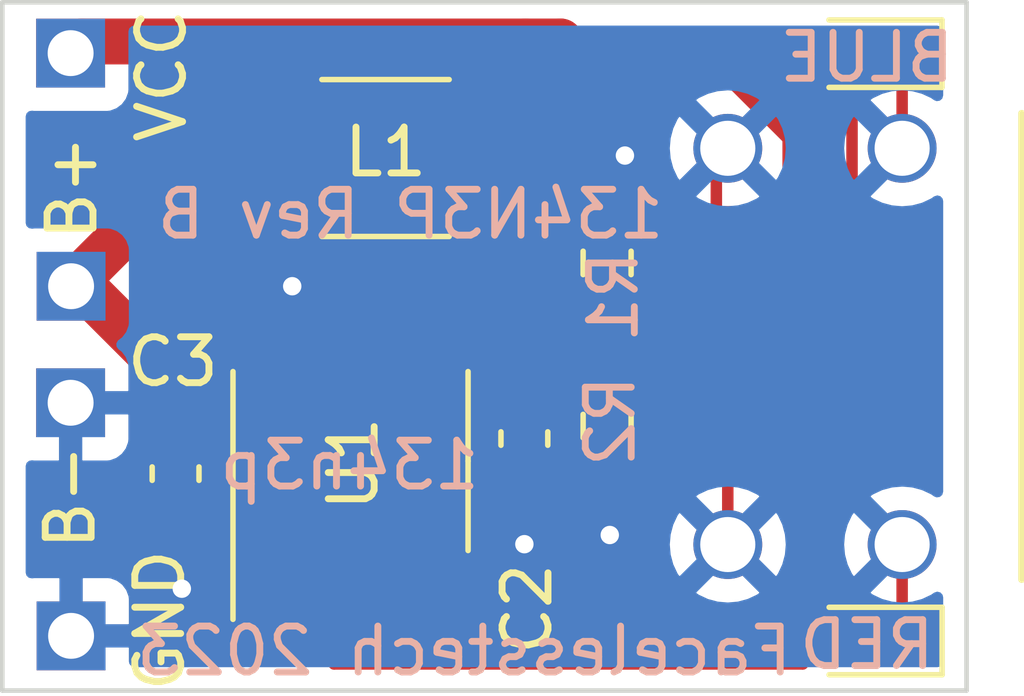
<source format=kicad_pcb>
(kicad_pcb (version 20211014) (generator pcbnew)
  (layers (0 "F.Cu" signal) (31 "B.Cu" signal) (34 "B.Paste" user) (35 "F.Paste" user) (36 "B.SilkS" user "B.Silkscreen") (37 "F.SilkS" user "F.Silkscreen") (38 "B.Mask" user) (39 "F.Mask" user) (44 "Edge.Cuts" user))
  (net 0 "")
  (net 1 "GND")
  (net 2 "Net-(C2-Pad2)")
  (net 3 "Net-(D1-Pad2)")
  (net 4 "Net-(D2-Pad2)")
  (net 5 "Net-(R1-Pad2)")
  (net 6 "Net-(R2-Pad2)")
  (net 7 "Net-(L1-Pad2)")
  (net 8 "Net-(C3-Pad1)")
  (footprint "Capacitor_SMD:C_0603_1608Metric_Pad1.08x0.95mm_HandSolder" (layer "F.Cu") (at 137.414 88.4125 -90)
    (fp_text reference "C3" (at -2.4375 0.06) (layer "F.SilkS"))
    (fp_text value "C")
    (fp_line (start -0.146267 0.51) (end 0.146267 0.51) (layer "F.SilkS") (width 0.12))
    (fp_line (start -0.146267 -0.51) (end 0.146267 -0.51) (layer "F.SilkS") (width 0.12))
    (pad "1" smd roundrect (at -0.8625 0 270) (size 1.075 0.95) (layers "F.Cu" "F.Paste" "F.Mask") (net 8 "Net-(C3-Pad1)"))
    (pad "2" smd roundrect (at 0.8625 0 270) (size 1.075 0.95) (layers "F.Cu" "F.Paste" "F.Mask") (net 1 "GND"))
  )
  (footprint "custom_connectors:1mm_test_point_square" (layer "F.Cu") (at 135.128 91.948 -90)
    (fp_text reference "GND" (at -0.338 -1.942 -90) (layer "F.SilkS"))
    (fp_text value "GND")
    (pad "1" thru_hole rect (at 0 -0.01016 270) (size 1.5 1.5) (drill 1) (layers *.Cu *.Mask) (net 1 "GND"))
  )
  (footprint "Capacitor_SMD:C_0603_1608Metric_Pad1.08x0.95mm_HandSolder" (layer "F.Cu") (at 145.01 87.6475 90)
    (fp_text reference "C2" (at -3.7125 0.06 90) (layer "F.SilkS"))
    (fp_text value "C" hide)
    (fp_line (start -0.146267 0.51) (end 0.146267 0.51) (layer "F.SilkS") (width 0.12))
    (fp_line (start -0.146267 -0.51) (end 0.146267 -0.51) (layer "F.SilkS") (width 0.12))
    (pad "1" smd roundrect (at -0.8625 0 90) (size 1.075 0.95) (layers "F.Cu" "F.Paste" "F.Mask") (net 1 "GND"))
    (pad "2" smd roundrect (at 0.8625 0 90) (size 1.075 0.95) (layers "F.Cu" "F.Paste" "F.Mask") (net 2 "Net-(C2-Pad2)"))
  )
  (footprint "Inductor_SMD:L_1812_4532Metric_Pad1.30x3.40mm_HandSolder" (layer "F.Cu") (at 141.986 81.534)
    (fp_text reference "L1" (at 0 -0.13) (layer "F.SilkS"))
    (fp_text value "L 4.7uH" hide)
    (fp_line (start -1.386252 -1.71) (end 1.386252 -1.71) (layer "F.SilkS") (width 0.12))
    (fp_line (start -1.386252 1.71) (end 1.386252 1.71) (layer "F.SilkS") (width 0.12))
    (pad "1" smd roundrect (at -2.225 0) (size 1.3 3.4) (layers "F.Cu" "F.Paste" "F.Mask") (roundrect_rratio 0.1923076923) (net 8 "Net-(C3-Pad1)"))
    (pad "2" smd roundrect (at 2.225 0) (size 1.3 3.4) (layers "F.Cu" "F.Paste" "F.Mask") (roundrect_rratio 0.1923076923) (net 7 "Net-(L1-Pad2)"))
  )
  (footprint "LED_SMD:LED_0603_1608Metric_Pad1.05x0.95mm_HandSolder" (layer "F.Cu") (at 152.4475 92.06 180)
    (fp_text reference "RED" (at -0.0225 -0.08) (layer "B.SilkS") (effects (justify mirror)))
    (fp_text value "LED" hide)
    (fp_line (start -1.66 0.735) (end 0.8 0.735) (layer "F.SilkS") (width 0.12))
    (fp_line (start -1.66 -0.735) (end -1.66 0.735) (layer "F.SilkS") (width 0.12))
    (fp_line (start 0.8 -0.735) (end -1.66 -0.735) (layer "F.SilkS") (width 0.12))
    (pad "1" smd roundrect (at -0.875 0 180) (size 1.05 0.95) (layers "F.Cu" "F.Paste" "F.Mask") (net 1 "GND"))
    (pad "2" smd roundrect (at 0.875 0 180) (size 1.05 0.95) (layers "F.Cu" "F.Paste" "F.Mask") (net 4 "Net-(D2-Pad2)"))
  )
  (footprint "usb_custom:USB_C_6PIN_custom" (layer "F.Cu") (at 149.44 85.64 -90)
    (fp_text reference "U2" hide)
    (fp_text value "usb_c_6pin" hide)
    (fp_line (start -5.08 -6.4008) (end 5.08 -6.4008) (layer "F.SilkS") (width 0.15))
    (pad "1" smd rect locked (at 2.74828 0.25908 270) (size 0.6 1.5) (layers "F.Cu" "F.Paste" "F.Mask") (net 1 "GND"))
    (pad "1" thru_hole circle locked (at 4.318 0 270) (size 1.5 1.5) (drill 1.2) (layers *.Cu *.Mask) (net 1 "GND"))
    (pad "1" thru_hole circle locked (at -4.318 -3.7973 270) (size 1.5 1.5) (drill 1.2) (layers *.Cu *.Mask) (net 1 "GND"))
    (pad "1" thru_hole circle locked (at -4.318 0 270) (size 1.5 1.5) (drill 1.2) (layers *.Cu *.Mask) (net 1 "GND"))
    (pad "1" thru_hole circle locked (at 4.318 -3.7973 270) (size 1.5 1.5) (drill 1.2) (layers *.Cu *.Mask) (net 1 "GND"))
    (pad "1" smd rect locked (at -2.75844 0.24892 270) (size 0.6 1.5) (layers "F.Cu" "F.Paste" "F.Mask") (net 1 "GND"))
    (pad "2" smd rect locked (at -1.52908 0.24892 270) (size 0.5 1.5) (layers "F.Cu" "F.Paste" "F.Mask") (net 2 "Net-(C2-Pad2)"))
    (pad "2" smd rect locked (at 1.51892 0.25908 270) (size 0.5 1.5) (layers "F.Cu" "F.Paste" "F.Mask") (net 2 "Net-(C2-Pad2)"))
    (pad "3" smd rect locked (at -0.508 0.254 270) (size 0.5 1.5) (layers "F.Cu" "F.Paste" "F.Mask") (net 5 "Net-(R1-Pad2)"))
    (pad "4" smd rect locked (at 0.508 0.25908 270) (size 0.5 1.5) (layers "F.Cu" "F.Paste" "F.Mask") (net 6 "Net-(R2-Pad2)"))
  )
  (footprint "Resistor_SMD:R_0603_1608Metric_Pad0.98x0.95mm_HandSolder" (layer "F.Cu") (at 146.812 83.82 -90)
    (fp_text reference "R1" (at 0.74 -0.138 90) (layer "B.SilkS") (effects (justify mirror)))
    (fp_text value "R" hide)
    (fp_line (start -0.254724 -0.5225) (end 0.254724 -0.5225) (layer "F.SilkS") (width 0.12))
    (fp_line (start -0.254724 0.5225) (end 0.254724 0.5225) (layer "F.SilkS") (width 0.12))
    (pad "1" smd roundrect (at -0.9125 0 270) (size 0.975 0.95) (layers "F.Cu" "F.Paste" "F.Mask") (net 1 "GND"))
    (pad "2" smd roundrect (at 0.9125 0 270) (size 0.975 0.95) (layers "F.Cu" "F.Paste" "F.Mask") (net 5 "Net-(R1-Pad2)"))
  )
  (footprint "LED_SMD:LED_0603_1608Metric_Pad1.05x0.95mm_HandSolder" (layer "F.Cu") (at 152.445 79.26 180)
    (fp_text reference "BLUE" (at -0.025 -0.08) (layer "B.SilkS") (effects (justify mirror)))
    (fp_text value "LED" hide)
    (fp_line (start -1.66 -0.735) (end -1.66 0.735) (layer "F.SilkS") (width 0.12))
    (fp_line (start -1.66 0.735) (end 0.8 0.735) (layer "F.SilkS") (width 0.12))
    (fp_line (start 0.8 -0.735) (end -1.66 -0.735) (layer "F.SilkS") (width 0.12))
    (pad "1" smd roundrect (at -0.875 0 180) (size 1.05 0.95) (layers "F.Cu" "F.Paste" "F.Mask") (net 1 "GND"))
    (pad "2" smd roundrect (at 0.875 0 180) (size 1.05 0.95) (layers "F.Cu" "F.Paste" "F.Mask") (net 3 "Net-(D1-Pad2)"))
  )
  (footprint "Package_SO:SOIC-8_3.9x4.9mm_P1.27mm" (layer "F.Cu") (at 141.224 88.138 90)
    (fp_text reference "U1" (at -0.06 0.06 90) (layer "F.SilkS"))
    (fp_text value "134n3p" (at -0.09 -0.02 180) (layer "B.SilkS") (effects (justify mirror)))
    (fp_line (start 0 2.56) (end 1.95 2.56) (layer "F.SilkS") (width 0.12))
    (fp_line (start 0 -2.56) (end -3.45 -2.56) (layer "F.SilkS") (width 0.12))
    (fp_line (start 0 2.56) (end -1.95 2.56) (layer "F.SilkS") (width 0.12))
    (fp_line (start 0 -2.56) (end 1.95 -2.56) (layer "F.SilkS") (width 0.12))
    (pad "1" smd roundrect (at -2.475 -1.905 90) (size 1.95 0.6) (layers "F.Cu" "F.Paste" "F.Mask") (net 4 "Net-(D2-Pad2)"))
    (pad "2" smd roundrect (at -2.475 -0.635 90) (size 1.95 0.6) (layers "F.Cu" "F.Paste" "F.Mask") (net 3 "Net-(D1-Pad2)"))
    (pad "3" smd roundrect (at -2.475 0.635 90) (size 1.95 0.6) (layers "F.Cu" "F.Paste" "F.Mask") (net 8 "Net-(C3-Pad1)"))
    (pad "4" smd roundrect (at -2.475 1.905 90) (size 1.95 0.6) (layers "F.Cu" "F.Paste" "F.Mask") (net 2 "Net-(C2-Pad2)"))
    (pad "5" smd roundrect (at 2.475 1.905 90) (size 1.95 0.6) (layers "F.Cu" "F.Paste" "F.Mask") (net 2 "Net-(C2-Pad2)"))
    (pad "6" smd roundrect (at 2.475 0.635 90) (size 1.95 0.6) (layers "F.Cu" "F.Paste" "F.Mask") (net 7 "Net-(L1-Pad2)"))
    (pad "7" smd roundrect (at 2.475 -0.635 90) (size 1.95 0.6) (layers "F.Cu" "F.Paste" "F.Mask") (net 1 "GND"))
    (pad "8" smd roundrect (at 2.475 -1.905 90) (size 1.95 0.6) (layers "F.Cu" "F.Paste" "F.Mask") (net 1 "GND"))
  )
  (footprint "custom_connectors:1mm_test_point_square" (layer "F.Cu") (at 135.11784 79.248 -90)
    (fp_text reference "VCC" (at 0.492 -1.99216 -90) (layer "F.SilkS"))
    (fp_text value "VCC")
    (pad "1" thru_hole rect (at 0 -0.01016 270) (size 1.5 1.5) (drill 1) (layers *.Cu *.Mask) (net 2 "Net-(C2-Pad2)"))
  )
  (footprint "Resistor_SMD:R_0603_1608Metric_Pad0.98x0.95mm_HandSolder" (layer "F.Cu") (at 146.812 87.376 90)
    (fp_text reference "R2" (at 0.11 0.07 90) (layer "B.SilkS") (effects (justify mirror)))
    (fp_text value "R" hide)
    (fp_line (start -0.254724 -0.5225) (end 0.254724 -0.5225) (layer "F.SilkS") (width 0.12))
    (fp_line (start -0.254724 0.5225) (end 0.254724 0.5225) (layer "F.SilkS") (width 0.12))
    (pad "1" smd roundrect (at -0.9125 0 90) (size 0.975 0.95) (layers "F.Cu" "F.Paste" "F.Mask") (net 1 "GND"))
    (pad "2" smd roundrect (at 0.9125 0 90) (size 0.975 0.95) (layers "F.Cu" "F.Paste" "F.Mask") (net 6 "Net-(R2-Pad2)"))
  )
  (footprint "custom_connectors:1mm_test_point_square" (layer "F.Cu") (at 135.11784 86.868 -90)
    (fp_text reference "B-" (at 2.052 -0.00216 -90) (layer "F.SilkS"))
    (fp_text value "B-")
    (pad "1" thru_hole rect (at 0 -0.01016 270) (size 1.5 1.5) (drill 1) (layers *.Cu *.Mask) (net 1 "GND"))
  )
  (footprint "custom_connectors:1mm_test_point_square" (layer "F.Cu") (at 135.128 84.328 -90)
    (fp_text reference "B+" (at -2.148 -0.032 -90) (layer "F.SilkS"))
    (fp_text value "B+")
    (pad "1" thru_hole rect (at 0 -0.01016 270) (size 1.5 1.5) (drill 1) (layers *.Cu *.Mask) (net 8 "Net-(C3-Pad1)"))
  )
  (gr_line (start 154.64 78.14) (end 133.64 78.14) (layer "Edge.Cuts") (width 0.1))
  (gr_line (start 133.64 78.14) (end 133.64 93.14) (layer "Edge.Cuts") (width 0.1))
  (gr_line (start 154.64 93.14) (end 133.64 93.14) (layer "Edge.Cuts") (width 0.1))
  (gr_line (start 154.64 78.14) (end 154.64 93.14) (layer "Edge.Cuts") (width 0.1))
  (gr_text "134N3P Rev B" (at 142.53 82.76) (layer "B.SilkS") (effects (font (size 1 1)) (justify mirror)))
  (gr_text "Facelesstech 2023" (at 143.7 92.28) (layer "B.SilkS") (effects (font (size 1 1)) (justify mirror)))
  (segment (start 139.319 84.963) (end 139.954 84.328) (width 0.25) (layer "F.Cu") (net 1))
  (segment (start 149.19108 81.57092) (end 149.44 81.322) (width 0.25) (layer "F.Cu") (net 1))
  (segment (start 145.01 88.51) (end 145.01 89.95) (width 1) (layer "F.Cu") (net 1))
  (segment (start 146.812 81.868) (end 147.2 81.48) (width 0.25) (layer "F.Cu") (net 1))
  (segment (start 137.414 90.784) (end 137.55 90.92) (width 1) (layer "F.Cu") (net 1))
  (segment (start 153.2373 91.9748) (end 153.3225 92.06) (width 0.25) (layer "F.Cu") (net 1))
  (segment (start 146.812 82.9075) (end 149.16514 82.9075) (width 0.25) (layer "F.Cu") (net 1))
  (segment (start 149.08114 88.2885) (end 149.18092 88.38828) (width 0.25) (layer "F.Cu") (net 1))
  (segment (start 146.812 88.2885) (end 146.812 89.692) (width 0.25) (layer "F.Cu") (net 1))
  (segment (start 139.319 85.663) (end 139.319 84.963) (width 0.25) (layer "F.Cu") (net 1))
  (segment (start 137.414 89.275) (end 137.414 90.784) (width 1) (layer "F.Cu") (net 1))
  (segment (start 146.812 88.2885) (end 149.08114 88.2885) (width 0.25) (layer "F.Cu") (net 1))
  (segment (start 153.2373 79.3427) (end 153.32 79.26) (width 0.25) (layer "F.Cu") (net 1))
  (segment (start 149.19108 82.88156) (end 149.19108 81.57092) (width 0.25) (layer "F.Cu") (net 1))
  (segment (start 149.44 88.64736) (end 149.18092 88.38828) (width 0.25) (layer "F.Cu") (net 1))
  (segment (start 153.2373 81.322) (end 153.2373 79.3427) (width 0.25) (layer "F.Cu") (net 1))
  (segment (start 149.44 89.958) (end 149.44 88.64736) (width 0.25) (layer "F.Cu") (net 1))
  (segment (start 146.812 89.692) (end 146.87 89.75) (width 0.25) (layer "F.Cu") (net 1))
  (segment (start 149.16514 82.9075) (end 149.19108 82.88156) (width 0.25) (layer "F.Cu") (net 1))
  (segment (start 140.589 85.663) (end 140.589 84.963) (width 0.25) (layer "F.Cu") (net 1))
  (segment (start 146.812 82.9075) (end 146.812 81.868) (width 0.25) (layer "F.Cu") (net 1))
  (segment (start 140.589 84.963) (end 139.954 84.328) (width 0.25) (layer "F.Cu") (net 1))
  (segment (start 153.2373 89.958) (end 153.2373 91.9748) (width 0.25) (layer "F.Cu") (net 1))
  (via (at 139.954 84.328) (size 0.8) (drill 0.4) (layers "F.Cu" "B.Cu") (net 1))
  (via (at 145.01 89.95) (size 0.8) (drill 0.4) (layers "F.Cu" "B.Cu") (net 1))
  (via (at 146.87 89.75) (size 0.8) (drill 0.4) (layers "F.Cu" "B.Cu") (net 1))
  (via (at 147.2 81.48) (size 0.8) (drill 0.4) (layers "F.Cu" "B.Cu") (net 1))
  (via (at 137.55 90.92) (size 0.8) (drill 0.4) (layers "F.Cu" "B.Cu") (net 1))
  (segment (start 145.796 80.772) (end 145.637 80.931) (width 1) (layer "F.Cu") (net 2))
  (segment (start 146.304 79.502) (end 149.67061 79.502) (width 1) (layer "F.Cu") (net 2))
  (segment (start 151.13 80.96139) (end 151.13 83.82) (width 1) (layer "F.Cu") (net 2))
  (segment (start 150.83908 87.15892) (end 152.146 85.852) (width 0.25) (layer "F.Cu") (net 2))
  (segment (start 135.382 78.994) (end 145.034 78.994) (width 1) (layer "F.Cu") (net 2))
  (segment (start 146.304 79.502) (end 146.304 80.264) (width 1) (layer "F.Cu") (net 2))
  (segment (start 145.796 78.994) (end 146.304 79.502) (width 1) (layer "F.Cu") (net 2))
  (segment (start 152.146 85.09) (end 151.16692 84.11092) (width 0.25) (layer "F.Cu") (net 2))
  (segment (start 146.304 80.264) (end 145.796 80.772) (width 1) (layer "F.Cu") (net 2))
  (segment (start 152.146 85.852) (end 152.146 85.09) (width 0.25) (layer "F.Cu") (net 2))
  (segment (start 145.726588 83.635413) (end 144.836 84.526) (width 1) (layer "F.Cu") (net 2))
  (segment (start 145.034 78.994) (end 145.796 78.994) (width 1) (layer "F.Cu") (net 2))
  (segment (start 144.836 84.526) (end 143.51 85.852) (width 1) (layer "F.Cu") (net 2))
  (segment (start 149.18092 87.15892) (end 150.83908 87.15892) (width 0.25) (layer "F.Cu") (net 2))
  (segment (start 145.637 80.931) (end 145.637 83.545825) (width 1) (layer "F.Cu") (net 2))
  (segment (start 149.67061 79.502) (end 151.13 80.96139) (width 1) (layer "F.Cu") (net 2))
  (segment (start 143.129 85.663) (end 143.129 90.613) (width 0.25) (layer "F.Cu") (net 2))
  (segment (start 145.01 86.785) (end 145.01 84.7) (width 1) (layer "F.Cu") (net 2))
  (segment (start 151.16692 84.11092) (end 149.19108 84.11092) (width 0.25) (layer "F.Cu") (net 2))
  (segment (start 151.13 83.82) (end 150.876 84.074) (width 1) (layer "F.Cu") (net 2))
  (segment (start 145.01 84.7) (end 144.836 84.526) (width 1) (layer "F.Cu") (net 2))
  (segment (start 145.637 83.545825) (end 145.726588 83.635413) (width 1) (layer "F.Cu") (net 2))
  (segment (start 135.128 79.248) (end 135.382 78.994) (width 1) (layer "F.Cu") (net 2))
  (segment (start 151.34 90.85) (end 150.17 92.02) (width 0.25) (layer "F.Cu") (net 3))
  (segment (start 152.146 82.55) (end 153.04 83.444) (width 0.25) (layer "F.Cu") (net 3))
  (segment (start 153.04 83.444) (end 153.04 87.39) (width 0.25) (layer "F.Cu") (net 3))
  (segment (start 153.04 87.39) (end 151.34 89.09) (width 0.25) (layer "F.Cu") (net 3))
  (segment (start 141.619249 92.02) (end 140.589 90.989751) (width 0.25) (layer "F.Cu") (net 3))
  (segment (start 150.17 92.02) (end 141.619249 92.02) (width 0.25) (layer "F.Cu") (net 3))
  (segment (start 151.34 89.09) (end 151.34 90.85) (width 0.25) (layer "F.Cu") (net 3))
  (segment (start 151.57 79.26) (end 152.146 79.836) (width 0.25) (layer "F.Cu") (net 3))
  (segment (start 140.589 90.989751) (end 140.589 90.613) (width 0.25) (layer "F.Cu") (net 3))
  (segment (start 152.146 79.836) (end 152.146 82.55) (width 0.25) (layer "F.Cu") (net 3))
  (segment (start 139.319 90.613) (end 139.319 91.013) (width 0.25) (layer "F.Cu") (net 4))
  (segment (start 151.0725 92.56) (end 151.5725 92.06) (width 0.25) (layer "F.Cu") (net 4))
  (segment (start 139.319 91.013) (end 140.866 92.56) (width 0.25) (layer "F.Cu") (net 4))
  (segment (start 140.866 92.56) (end 151.0725 92.56) (width 0.25) (layer "F.Cu") (net 4))
  (segment (start 147.2115 85.132) (end 146.812 84.7325) (width 0.25) (layer "F.Cu") (net 5))
  (segment (start 149.186 85.132) (end 147.2115 85.132) (width 0.25) (layer "F.Cu") (net 5))
  (segment (start 147.4705 86.4635) (end 147.828 86.106) (width 0.25) (layer "F.Cu") (net 6))
  (segment (start 147.87 86.148) (end 149.18092 86.148) (width 0.25) (layer "F.Cu") (net 6))
  (segment (start 147.828 86.106) (end 147.87 86.148) (width 0.25) (layer "F.Cu") (net 6))
  (segment (start 146.812 86.4635) (end 147.4705 86.4635) (width 0.25) (layer "F.Cu") (net 6))
  (segment (start 144.211 82.357) (end 141.986 84.582) (width 1) (layer "F.Cu") (net 7))
  (segment (start 144.211 81.534) (end 144.211 82.357) (width 1) (layer "F.Cu") (net 7))
  (segment (start 137.414 86.36) (end 137.414 87.55) (width 1) (layer "F.Cu") (net 8))
  (segment (start 141.859 89.535) (end 141.859 90.613) (width 1) (layer "F.Cu") (net 8))
  (segment (start 135.13816 84.328) (end 135.382 84.328) (width 1) (layer "F.Cu") (net 8))
  (segment (start 139.874 87.55) (end 141.859 89.535) (width 1) (layer "F.Cu") (net 8))
  (segment (start 135.382 84.328) (end 137.414 86.36) (width 1) (layer "F.Cu") (net 8))
  (segment (start 137.414 87.55) (end 139.874 87.55) (width 1) (layer "F.Cu") (net 8))
  (segment (start 139.761 81.534) (end 137.93216 81.534) (width 1) (layer "F.Cu") (net 8))
  (segment (start 137.93216 81.534) (end 135.13816 84.328) (width 1) (layer "F.Cu") (net 8))
  (zone (net 1) (net_name "GND") (layer "B.Cu") (connect_pads (clearance 0.508)) (min_thickness 0.254) (fill yes (thermal_gap 0.508) (thermal_bridge_width 0.508))
    (polygon (pts (xy 154.35 92.97) (xy 134 93.01) (xy 134.04 78.31) (xy 154.35 78.42)))
  )
)
</source>
